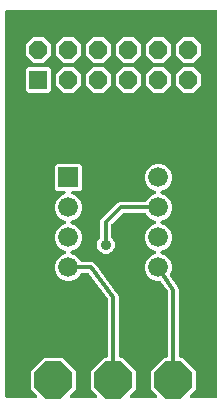
<source format=gbr>
G04 EAGLE Gerber X2 export*
%TF.Part,Single*%
%TF.FileFunction,Copper,L2,Bot,Mixed*%
%TF.FilePolarity,Positive*%
%TF.GenerationSoftware,Autodesk,EAGLE,9.1.3*%
%TF.CreationDate,2018-08-31T23:25:58Z*%
G75*
%MOMM*%
%FSLAX34Y34*%
%LPD*%
%AMOC8*
5,1,8,0,0,1.08239X$1,22.5*%
G01*
%ADD10P,3.436588X8X22.500000*%
%ADD11P,1.649562X8X22.500000*%
%ADD12R,1.524000X1.524000*%
%ADD13R,1.676400X1.676400*%
%ADD14C,1.676400*%
%ADD15C,0.304800*%
%ADD16C,0.900000*%

G36*
X35699Y10172D02*
X35699Y10172D01*
X35800Y10174D01*
X35872Y10192D01*
X35946Y10201D01*
X36040Y10234D01*
X36138Y10259D01*
X36204Y10293D01*
X36274Y10318D01*
X36358Y10373D01*
X36448Y10419D01*
X36504Y10467D01*
X36567Y10507D01*
X36637Y10579D01*
X36713Y10644D01*
X36757Y10704D01*
X36809Y10758D01*
X36860Y10844D01*
X36920Y10925D01*
X36950Y10993D01*
X36988Y11057D01*
X37018Y11153D01*
X37058Y11245D01*
X37071Y11318D01*
X37094Y11389D01*
X37102Y11489D01*
X37120Y11588D01*
X37116Y11662D01*
X37122Y11736D01*
X37107Y11836D01*
X37102Y11936D01*
X37081Y12007D01*
X37070Y12081D01*
X37033Y12174D01*
X37005Y12271D01*
X36969Y12336D01*
X36942Y12405D01*
X36884Y12487D01*
X36835Y12575D01*
X36770Y12651D01*
X36743Y12691D01*
X36716Y12715D01*
X36677Y12761D01*
X31876Y17562D01*
X31876Y33238D01*
X42962Y44324D01*
X58638Y44324D01*
X69724Y33238D01*
X69724Y17562D01*
X64923Y12761D01*
X64861Y12683D01*
X64791Y12610D01*
X64753Y12546D01*
X64707Y12488D01*
X64664Y12397D01*
X64612Y12311D01*
X64590Y12240D01*
X64558Y12173D01*
X64537Y12075D01*
X64506Y11979D01*
X64500Y11905D01*
X64484Y11832D01*
X64486Y11732D01*
X64478Y11632D01*
X64489Y11558D01*
X64490Y11484D01*
X64515Y11387D01*
X64530Y11287D01*
X64557Y11218D01*
X64575Y11146D01*
X64621Y11056D01*
X64658Y10963D01*
X64701Y10902D01*
X64735Y10836D01*
X64800Y10759D01*
X64857Y10677D01*
X64913Y10627D01*
X64961Y10571D01*
X65042Y10511D01*
X65116Y10444D01*
X65181Y10408D01*
X65241Y10363D01*
X65333Y10324D01*
X65421Y10275D01*
X65493Y10255D01*
X65561Y10225D01*
X65660Y10208D01*
X65757Y10180D01*
X65857Y10172D01*
X65904Y10164D01*
X65940Y10166D01*
X66000Y10161D01*
X86400Y10161D01*
X86499Y10172D01*
X86600Y10174D01*
X86672Y10192D01*
X86746Y10201D01*
X86840Y10234D01*
X86938Y10259D01*
X87004Y10293D01*
X87074Y10318D01*
X87158Y10373D01*
X87248Y10419D01*
X87304Y10467D01*
X87367Y10507D01*
X87437Y10579D01*
X87513Y10644D01*
X87557Y10704D01*
X87609Y10758D01*
X87660Y10844D01*
X87720Y10925D01*
X87750Y10993D01*
X87788Y11057D01*
X87818Y11153D01*
X87858Y11245D01*
X87871Y11318D01*
X87894Y11389D01*
X87902Y11489D01*
X87920Y11588D01*
X87916Y11662D01*
X87922Y11736D01*
X87907Y11836D01*
X87902Y11936D01*
X87881Y12007D01*
X87870Y12081D01*
X87833Y12174D01*
X87805Y12271D01*
X87769Y12336D01*
X87742Y12405D01*
X87684Y12487D01*
X87635Y12575D01*
X87570Y12651D01*
X87543Y12691D01*
X87516Y12715D01*
X87477Y12761D01*
X82676Y17562D01*
X82676Y33238D01*
X93762Y44324D01*
X95504Y44324D01*
X95530Y44327D01*
X95556Y44325D01*
X95703Y44347D01*
X95850Y44364D01*
X95875Y44372D01*
X95901Y44376D01*
X96039Y44431D01*
X96178Y44481D01*
X96200Y44495D01*
X96225Y44505D01*
X96346Y44590D01*
X96471Y44670D01*
X96489Y44689D01*
X96511Y44704D01*
X96610Y44814D01*
X96713Y44921D01*
X96727Y44943D01*
X96744Y44963D01*
X96816Y45093D01*
X96892Y45220D01*
X96900Y45245D01*
X96913Y45268D01*
X96953Y45411D01*
X96998Y45552D01*
X97000Y45578D01*
X97008Y45603D01*
X97027Y45847D01*
X97027Y93218D01*
X97025Y93236D01*
X97027Y93255D01*
X97005Y93410D01*
X96987Y93564D01*
X96981Y93582D01*
X96979Y93600D01*
X96922Y93745D01*
X96870Y93892D01*
X96860Y93908D01*
X96853Y93925D01*
X96723Y94132D01*
X80721Y115468D01*
X80679Y115512D01*
X80645Y115561D01*
X80560Y115638D01*
X80481Y115721D01*
X80431Y115754D01*
X80386Y115794D01*
X80286Y115850D01*
X80190Y115913D01*
X80134Y115934D01*
X80081Y115963D01*
X79971Y115994D01*
X79863Y116034D01*
X79804Y116041D01*
X79746Y116058D01*
X79544Y116074D01*
X79517Y116077D01*
X79511Y116077D01*
X79502Y116077D01*
X74996Y116077D01*
X74920Y116069D01*
X74844Y116070D01*
X74748Y116049D01*
X74650Y116037D01*
X74578Y116012D01*
X74503Y115995D01*
X74415Y115953D01*
X74322Y115920D01*
X74258Y115878D01*
X74189Y115846D01*
X74112Y115784D01*
X74029Y115731D01*
X73976Y115676D01*
X73916Y115628D01*
X73855Y115551D01*
X73787Y115480D01*
X73748Y115415D01*
X73700Y115355D01*
X73632Y115222D01*
X73608Y115181D01*
X73602Y115163D01*
X73589Y115137D01*
X73190Y114175D01*
X69975Y110960D01*
X65774Y109219D01*
X61226Y109219D01*
X57025Y110960D01*
X53810Y114175D01*
X52069Y118376D01*
X52069Y122924D01*
X53810Y127125D01*
X57025Y130340D01*
X60893Y131943D01*
X60981Y131992D01*
X61073Y132032D01*
X61133Y132076D01*
X61198Y132112D01*
X61272Y132179D01*
X61353Y132239D01*
X61401Y132296D01*
X61456Y132346D01*
X61513Y132429D01*
X61578Y132505D01*
X61612Y132572D01*
X61654Y132633D01*
X61691Y132726D01*
X61737Y132816D01*
X61755Y132888D01*
X61782Y132957D01*
X61796Y133056D01*
X61821Y133154D01*
X61822Y133228D01*
X61833Y133302D01*
X61824Y133402D01*
X61826Y133502D01*
X61810Y133575D01*
X61804Y133649D01*
X61773Y133745D01*
X61751Y133843D01*
X61720Y133910D01*
X61697Y133981D01*
X61645Y134067D01*
X61602Y134158D01*
X61555Y134216D01*
X61517Y134279D01*
X61447Y134351D01*
X61384Y134430D01*
X61326Y134476D01*
X61274Y134529D01*
X61190Y134584D01*
X61111Y134646D01*
X61021Y134692D01*
X60981Y134718D01*
X60947Y134730D01*
X60893Y134757D01*
X57025Y136360D01*
X53810Y139575D01*
X52069Y143776D01*
X52069Y148324D01*
X53810Y152525D01*
X57025Y155740D01*
X60893Y157343D01*
X60981Y157392D01*
X61073Y157432D01*
X61133Y157476D01*
X61198Y157512D01*
X61272Y157579D01*
X61353Y157639D01*
X61401Y157696D01*
X61456Y157746D01*
X61513Y157829D01*
X61578Y157905D01*
X61612Y157972D01*
X61654Y158033D01*
X61691Y158126D01*
X61737Y158216D01*
X61755Y158288D01*
X61782Y158357D01*
X61796Y158456D01*
X61821Y158554D01*
X61822Y158628D01*
X61833Y158702D01*
X61824Y158802D01*
X61826Y158902D01*
X61810Y158975D01*
X61804Y159049D01*
X61773Y159145D01*
X61751Y159243D01*
X61720Y159310D01*
X61697Y159381D01*
X61645Y159467D01*
X61602Y159558D01*
X61555Y159616D01*
X61517Y159679D01*
X61447Y159751D01*
X61384Y159830D01*
X61326Y159876D01*
X61274Y159929D01*
X61190Y159984D01*
X61111Y160046D01*
X61021Y160092D01*
X60981Y160118D01*
X60947Y160130D01*
X60893Y160157D01*
X57025Y161760D01*
X53810Y164975D01*
X52069Y169176D01*
X52069Y173724D01*
X53810Y177925D01*
X57025Y181140D01*
X60280Y182489D01*
X60324Y182513D01*
X60371Y182530D01*
X60476Y182598D01*
X60585Y182658D01*
X60622Y182692D01*
X60664Y182719D01*
X60751Y182809D01*
X60843Y182892D01*
X60871Y182934D01*
X60906Y182970D01*
X60970Y183077D01*
X61041Y183179D01*
X61059Y183226D01*
X61085Y183269D01*
X61123Y183387D01*
X61169Y183503D01*
X61176Y183553D01*
X61191Y183601D01*
X61201Y183725D01*
X61219Y183848D01*
X61215Y183898D01*
X61219Y183948D01*
X61201Y184071D01*
X61191Y184195D01*
X61175Y184243D01*
X61168Y184293D01*
X61122Y184408D01*
X61083Y184527D01*
X61057Y184570D01*
X61039Y184617D01*
X60968Y184719D01*
X60904Y184825D01*
X60869Y184862D01*
X60840Y184903D01*
X60748Y184986D01*
X60661Y185075D01*
X60619Y185103D01*
X60581Y185136D01*
X60472Y185196D01*
X60368Y185264D01*
X60320Y185281D01*
X60276Y185305D01*
X60156Y185339D01*
X60039Y185380D01*
X59989Y185386D01*
X59941Y185400D01*
X59697Y185419D01*
X53855Y185419D01*
X52069Y187205D01*
X52069Y206495D01*
X53855Y208281D01*
X73145Y208281D01*
X74931Y206495D01*
X74931Y187205D01*
X73145Y185419D01*
X67303Y185419D01*
X67253Y185414D01*
X67203Y185416D01*
X67080Y185394D01*
X66957Y185379D01*
X66909Y185362D01*
X66860Y185353D01*
X66746Y185304D01*
X66629Y185262D01*
X66586Y185235D01*
X66540Y185215D01*
X66440Y185140D01*
X66336Y185073D01*
X66301Y185037D01*
X66260Y185007D01*
X66180Y184912D01*
X66094Y184822D01*
X66068Y184779D01*
X66035Y184741D01*
X65979Y184630D01*
X65915Y184523D01*
X65900Y184475D01*
X65877Y184430D01*
X65847Y184310D01*
X65809Y184191D01*
X65805Y184141D01*
X65792Y184092D01*
X65791Y183968D01*
X65781Y183844D01*
X65788Y183794D01*
X65787Y183744D01*
X65814Y183622D01*
X65832Y183499D01*
X65851Y183452D01*
X65862Y183403D01*
X65915Y183291D01*
X65961Y183175D01*
X65990Y183134D01*
X66011Y183088D01*
X66089Y182991D01*
X66160Y182889D01*
X66197Y182855D01*
X66229Y182816D01*
X66326Y182739D01*
X66419Y182656D01*
X66463Y182631D01*
X66502Y182600D01*
X66720Y182489D01*
X69975Y181140D01*
X73190Y177925D01*
X74931Y173724D01*
X74931Y169176D01*
X73190Y164975D01*
X69975Y161760D01*
X66107Y160157D01*
X66019Y160109D01*
X65927Y160069D01*
X65867Y160024D01*
X65802Y159988D01*
X65728Y159920D01*
X65647Y159861D01*
X65599Y159804D01*
X65544Y159754D01*
X65487Y159671D01*
X65422Y159595D01*
X65388Y159528D01*
X65346Y159467D01*
X65309Y159374D01*
X65263Y159284D01*
X65245Y159212D01*
X65218Y159143D01*
X65204Y159044D01*
X65179Y158946D01*
X65178Y158872D01*
X65167Y158798D01*
X65176Y158698D01*
X65174Y158598D01*
X65190Y158525D01*
X65196Y158451D01*
X65227Y158355D01*
X65249Y158257D01*
X65280Y158190D01*
X65303Y158119D01*
X65355Y158033D01*
X65398Y157942D01*
X65445Y157884D01*
X65483Y157821D01*
X65553Y157748D01*
X65616Y157670D01*
X65674Y157624D01*
X65726Y157571D01*
X65810Y157516D01*
X65889Y157454D01*
X65979Y157408D01*
X66019Y157382D01*
X66053Y157370D01*
X66107Y157343D01*
X69975Y155740D01*
X73190Y152525D01*
X74931Y148324D01*
X74931Y143776D01*
X73190Y139575D01*
X69975Y136360D01*
X66107Y134757D01*
X66019Y134709D01*
X65927Y134669D01*
X65867Y134624D01*
X65802Y134588D01*
X65728Y134520D01*
X65647Y134461D01*
X65599Y134404D01*
X65544Y134354D01*
X65487Y134271D01*
X65422Y134195D01*
X65388Y134128D01*
X65346Y134067D01*
X65309Y133974D01*
X65263Y133884D01*
X65245Y133812D01*
X65218Y133743D01*
X65204Y133644D01*
X65179Y133546D01*
X65178Y133472D01*
X65167Y133398D01*
X65176Y133298D01*
X65174Y133198D01*
X65190Y133125D01*
X65196Y133051D01*
X65227Y132955D01*
X65249Y132857D01*
X65280Y132790D01*
X65303Y132719D01*
X65355Y132633D01*
X65398Y132542D01*
X65445Y132484D01*
X65483Y132421D01*
X65553Y132348D01*
X65616Y132270D01*
X65674Y132224D01*
X65726Y132171D01*
X65810Y132116D01*
X65889Y132054D01*
X65979Y132008D01*
X66019Y131982D01*
X66053Y131970D01*
X66107Y131943D01*
X69975Y130340D01*
X73190Y127125D01*
X73589Y126163D01*
X73626Y126096D01*
X73654Y126025D01*
X73710Y125945D01*
X73758Y125858D01*
X73810Y125802D01*
X73853Y125739D01*
X73926Y125673D01*
X73992Y125600D01*
X74055Y125557D01*
X74112Y125506D01*
X74198Y125458D01*
X74279Y125402D01*
X74350Y125374D01*
X74417Y125337D01*
X74512Y125310D01*
X74603Y125274D01*
X74679Y125263D01*
X74752Y125242D01*
X74901Y125230D01*
X74948Y125223D01*
X74967Y125225D01*
X74996Y125223D01*
X81782Y125223D01*
X81850Y125231D01*
X81919Y125229D01*
X82087Y125258D01*
X82128Y125263D01*
X82140Y125267D01*
X82160Y125270D01*
X82296Y125305D01*
X82768Y125238D01*
X82806Y125237D01*
X82983Y125223D01*
X83460Y125223D01*
X83590Y125169D01*
X83656Y125150D01*
X83719Y125122D01*
X83886Y125084D01*
X83925Y125073D01*
X83938Y125072D01*
X83957Y125068D01*
X84097Y125048D01*
X84507Y124805D01*
X84542Y124790D01*
X84700Y124709D01*
X85140Y124527D01*
X85240Y124427D01*
X85294Y124384D01*
X85341Y124334D01*
X85481Y124236D01*
X85513Y124210D01*
X85525Y124205D01*
X85541Y124193D01*
X85663Y124121D01*
X85948Y123740D01*
X85974Y123713D01*
X86090Y123577D01*
X86427Y123240D01*
X86481Y123110D01*
X86514Y123050D01*
X86539Y122986D01*
X86630Y122841D01*
X86650Y122805D01*
X86659Y122795D01*
X86669Y122779D01*
X104998Y98340D01*
X105024Y98313D01*
X105140Y98177D01*
X105477Y97840D01*
X105531Y97710D01*
X105564Y97650D01*
X105589Y97586D01*
X105680Y97441D01*
X105700Y97405D01*
X105709Y97396D01*
X105719Y97379D01*
X105804Y97266D01*
X105922Y96805D01*
X105936Y96769D01*
X105990Y96600D01*
X106173Y96160D01*
X106173Y96018D01*
X106181Y95950D01*
X106179Y95881D01*
X106208Y95713D01*
X106213Y95672D01*
X106217Y95660D01*
X106220Y95640D01*
X106255Y95504D01*
X106188Y95032D01*
X106187Y94994D01*
X106173Y94817D01*
X106173Y45847D01*
X106176Y45821D01*
X106174Y45795D01*
X106196Y45648D01*
X106213Y45501D01*
X106221Y45476D01*
X106225Y45450D01*
X106280Y45312D01*
X106330Y45173D01*
X106344Y45151D01*
X106354Y45126D01*
X106439Y45005D01*
X106519Y44880D01*
X106538Y44862D01*
X106553Y44840D01*
X106663Y44741D01*
X106770Y44638D01*
X106792Y44624D01*
X106812Y44607D01*
X106942Y44535D01*
X107069Y44459D01*
X107094Y44451D01*
X107117Y44438D01*
X107260Y44398D01*
X107401Y44353D01*
X107427Y44351D01*
X107452Y44343D01*
X107696Y44324D01*
X109438Y44324D01*
X120524Y33238D01*
X120524Y17562D01*
X115723Y12761D01*
X115661Y12683D01*
X115591Y12610D01*
X115553Y12546D01*
X115507Y12488D01*
X115464Y12397D01*
X115412Y12311D01*
X115390Y12240D01*
X115358Y12173D01*
X115337Y12075D01*
X115306Y11979D01*
X115300Y11905D01*
X115284Y11832D01*
X115286Y11732D01*
X115278Y11632D01*
X115289Y11558D01*
X115290Y11484D01*
X115315Y11387D01*
X115330Y11287D01*
X115357Y11218D01*
X115375Y11146D01*
X115421Y11056D01*
X115458Y10963D01*
X115501Y10902D01*
X115535Y10836D01*
X115600Y10759D01*
X115657Y10677D01*
X115713Y10627D01*
X115761Y10571D01*
X115842Y10511D01*
X115916Y10444D01*
X115981Y10408D01*
X116041Y10363D01*
X116133Y10324D01*
X116221Y10275D01*
X116293Y10255D01*
X116361Y10225D01*
X116460Y10208D01*
X116557Y10180D01*
X116657Y10172D01*
X116704Y10164D01*
X116740Y10166D01*
X116800Y10161D01*
X137200Y10161D01*
X137299Y10172D01*
X137400Y10174D01*
X137472Y10192D01*
X137546Y10201D01*
X137640Y10234D01*
X137738Y10259D01*
X137804Y10293D01*
X137874Y10318D01*
X137958Y10373D01*
X138048Y10419D01*
X138104Y10467D01*
X138167Y10507D01*
X138237Y10579D01*
X138313Y10644D01*
X138357Y10704D01*
X138409Y10758D01*
X138460Y10844D01*
X138520Y10925D01*
X138550Y10993D01*
X138588Y11057D01*
X138618Y11153D01*
X138658Y11245D01*
X138671Y11318D01*
X138694Y11389D01*
X138702Y11489D01*
X138720Y11588D01*
X138716Y11662D01*
X138722Y11736D01*
X138707Y11836D01*
X138702Y11936D01*
X138681Y12007D01*
X138670Y12081D01*
X138633Y12174D01*
X138605Y12271D01*
X138569Y12336D01*
X138542Y12405D01*
X138484Y12487D01*
X138435Y12575D01*
X138370Y12651D01*
X138343Y12691D01*
X138316Y12715D01*
X138277Y12761D01*
X133476Y17562D01*
X133476Y33238D01*
X144562Y44324D01*
X146304Y44324D01*
X146330Y44327D01*
X146356Y44325D01*
X146503Y44347D01*
X146650Y44364D01*
X146675Y44372D01*
X146701Y44376D01*
X146839Y44431D01*
X146978Y44481D01*
X147000Y44495D01*
X147025Y44505D01*
X147146Y44590D01*
X147271Y44670D01*
X147289Y44689D01*
X147311Y44704D01*
X147410Y44814D01*
X147513Y44921D01*
X147527Y44943D01*
X147544Y44963D01*
X147616Y45093D01*
X147692Y45220D01*
X147700Y45245D01*
X147713Y45268D01*
X147753Y45411D01*
X147798Y45552D01*
X147800Y45578D01*
X147808Y45603D01*
X147827Y45847D01*
X147827Y99754D01*
X147810Y99904D01*
X147798Y100054D01*
X147790Y100077D01*
X147787Y100101D01*
X147737Y100242D01*
X147690Y100386D01*
X147676Y100411D01*
X147670Y100429D01*
X147644Y100468D01*
X147571Y100599D01*
X142277Y108541D01*
X142211Y108619D01*
X142153Y108703D01*
X142099Y108752D01*
X142052Y108807D01*
X141970Y108868D01*
X141894Y108936D01*
X141830Y108971D01*
X141772Y109015D01*
X141678Y109055D01*
X141589Y109105D01*
X141519Y109125D01*
X141452Y109154D01*
X141352Y109172D01*
X141253Y109200D01*
X141156Y109207D01*
X141109Y109216D01*
X141073Y109214D01*
X141010Y109219D01*
X137426Y109219D01*
X133225Y110960D01*
X130010Y114175D01*
X128269Y118376D01*
X128269Y122924D01*
X130010Y127125D01*
X133225Y130340D01*
X137093Y131943D01*
X137181Y131991D01*
X137273Y132031D01*
X137333Y132076D01*
X137398Y132112D01*
X137472Y132180D01*
X137553Y132239D01*
X137601Y132296D01*
X137656Y132346D01*
X137713Y132429D01*
X137778Y132505D01*
X137812Y132572D01*
X137854Y132633D01*
X137891Y132726D01*
X137937Y132816D01*
X137955Y132888D01*
X137982Y132957D01*
X137996Y133056D01*
X138021Y133154D01*
X138022Y133228D01*
X138033Y133302D01*
X138024Y133402D01*
X138026Y133502D01*
X138010Y133575D01*
X138004Y133649D01*
X137973Y133745D01*
X137951Y133843D01*
X137920Y133910D01*
X137897Y133981D01*
X137845Y134067D01*
X137802Y134158D01*
X137755Y134216D01*
X137717Y134279D01*
X137647Y134352D01*
X137584Y134430D01*
X137526Y134476D01*
X137474Y134529D01*
X137390Y134584D01*
X137311Y134646D01*
X137221Y134692D01*
X137181Y134718D01*
X137147Y134730D01*
X137093Y134757D01*
X133225Y136360D01*
X130010Y139575D01*
X128269Y143776D01*
X128269Y148324D01*
X130010Y152525D01*
X133225Y155740D01*
X137093Y157343D01*
X137181Y157391D01*
X137273Y157431D01*
X137333Y157476D01*
X137398Y157512D01*
X137472Y157580D01*
X137553Y157639D01*
X137601Y157696D01*
X137656Y157746D01*
X137713Y157829D01*
X137778Y157905D01*
X137812Y157972D01*
X137854Y158033D01*
X137891Y158126D01*
X137937Y158216D01*
X137955Y158288D01*
X137982Y158357D01*
X137996Y158456D01*
X138021Y158554D01*
X138022Y158628D01*
X138033Y158702D01*
X138024Y158802D01*
X138026Y158902D01*
X138010Y158975D01*
X138004Y159049D01*
X137973Y159145D01*
X137951Y159243D01*
X137920Y159310D01*
X137897Y159381D01*
X137845Y159467D01*
X137802Y159558D01*
X137755Y159616D01*
X137717Y159679D01*
X137647Y159752D01*
X137584Y159830D01*
X137526Y159876D01*
X137474Y159929D01*
X137390Y159984D01*
X137311Y160046D01*
X137221Y160092D01*
X137181Y160118D01*
X137147Y160130D01*
X137093Y160157D01*
X133225Y161760D01*
X130010Y164975D01*
X129611Y165937D01*
X129574Y166004D01*
X129546Y166075D01*
X129490Y166155D01*
X129442Y166242D01*
X129390Y166298D01*
X129347Y166361D01*
X129274Y166427D01*
X129208Y166500D01*
X129145Y166543D01*
X129088Y166594D01*
X129002Y166642D01*
X128921Y166698D01*
X128850Y166726D01*
X128783Y166763D01*
X128688Y166790D01*
X128597Y166826D01*
X128521Y166837D01*
X128448Y166858D01*
X128299Y166870D01*
X128252Y166877D01*
X128233Y166875D01*
X128204Y166877D01*
X110475Y166877D01*
X110349Y166863D01*
X110223Y166856D01*
X110177Y166843D01*
X110129Y166837D01*
X110010Y166795D01*
X109888Y166760D01*
X109846Y166736D01*
X109801Y166720D01*
X109694Y166651D01*
X109584Y166590D01*
X109538Y166550D01*
X109508Y166531D01*
X109474Y166496D01*
X109398Y166431D01*
X100269Y157302D01*
X100190Y157203D01*
X100106Y157109D01*
X100082Y157067D01*
X100052Y157029D01*
X99998Y156915D01*
X99937Y156804D01*
X99924Y156758D01*
X99903Y156714D01*
X99877Y156591D01*
X99842Y156469D01*
X99837Y156408D01*
X99830Y156373D01*
X99831Y156325D01*
X99823Y156225D01*
X99823Y146434D01*
X99837Y146308D01*
X99844Y146182D01*
X99857Y146136D01*
X99863Y146088D01*
X99905Y145969D01*
X99940Y145847D01*
X99964Y145805D01*
X99980Y145759D01*
X100049Y145653D01*
X100110Y145543D01*
X100150Y145497D01*
X100169Y145467D01*
X100204Y145433D01*
X100269Y145357D01*
X101649Y143976D01*
X102799Y141202D01*
X102799Y138198D01*
X101649Y135424D01*
X99526Y133301D01*
X96752Y132151D01*
X93748Y132151D01*
X90974Y133301D01*
X88851Y135424D01*
X87701Y138198D01*
X87701Y141202D01*
X88851Y143976D01*
X90231Y145357D01*
X90310Y145456D01*
X90394Y145550D01*
X90418Y145592D01*
X90448Y145630D01*
X90502Y145744D01*
X90563Y145855D01*
X90576Y145901D01*
X90597Y145945D01*
X90623Y146068D01*
X90658Y146190D01*
X90663Y146251D01*
X90670Y146285D01*
X90669Y146333D01*
X90677Y146434D01*
X90677Y159660D01*
X91373Y161340D01*
X105360Y175327D01*
X107040Y176023D01*
X128204Y176023D01*
X128280Y176031D01*
X128356Y176030D01*
X128452Y176051D01*
X128550Y176063D01*
X128622Y176088D01*
X128697Y176105D01*
X128785Y176147D01*
X128878Y176180D01*
X128942Y176222D01*
X129011Y176254D01*
X129088Y176316D01*
X129171Y176369D01*
X129224Y176424D01*
X129284Y176472D01*
X129345Y176549D01*
X129413Y176620D01*
X129452Y176685D01*
X129500Y176745D01*
X129568Y176879D01*
X129592Y176919D01*
X129598Y176937D01*
X129611Y176963D01*
X130010Y177925D01*
X133225Y181140D01*
X137093Y182743D01*
X137181Y182791D01*
X137273Y182831D01*
X137333Y182876D01*
X137398Y182912D01*
X137472Y182980D01*
X137553Y183039D01*
X137601Y183096D01*
X137656Y183146D01*
X137713Y183229D01*
X137778Y183305D01*
X137812Y183372D01*
X137854Y183433D01*
X137891Y183526D01*
X137937Y183616D01*
X137955Y183688D01*
X137982Y183757D01*
X137996Y183856D01*
X138021Y183954D01*
X138022Y184028D01*
X138033Y184102D01*
X138024Y184202D01*
X138026Y184302D01*
X138010Y184375D01*
X138004Y184449D01*
X137973Y184545D01*
X137951Y184643D01*
X137920Y184710D01*
X137897Y184781D01*
X137845Y184867D01*
X137802Y184958D01*
X137755Y185016D01*
X137717Y185079D01*
X137647Y185152D01*
X137584Y185230D01*
X137526Y185276D01*
X137474Y185329D01*
X137390Y185384D01*
X137311Y185446D01*
X137221Y185492D01*
X137181Y185518D01*
X137147Y185530D01*
X137093Y185557D01*
X133225Y187160D01*
X130010Y190375D01*
X128269Y194576D01*
X128269Y199124D01*
X130010Y203325D01*
X133225Y206540D01*
X137426Y208281D01*
X141974Y208281D01*
X146175Y206540D01*
X149390Y203325D01*
X151131Y199124D01*
X151131Y194576D01*
X149390Y190375D01*
X146175Y187160D01*
X142307Y185557D01*
X142219Y185508D01*
X142127Y185468D01*
X142067Y185424D01*
X142002Y185388D01*
X141928Y185321D01*
X141847Y185261D01*
X141799Y185204D01*
X141744Y185154D01*
X141687Y185071D01*
X141622Y184995D01*
X141588Y184928D01*
X141546Y184867D01*
X141509Y184774D01*
X141463Y184684D01*
X141445Y184612D01*
X141418Y184543D01*
X141404Y184444D01*
X141379Y184346D01*
X141378Y184272D01*
X141367Y184198D01*
X141376Y184098D01*
X141374Y183998D01*
X141390Y183925D01*
X141396Y183851D01*
X141427Y183755D01*
X141449Y183657D01*
X141480Y183590D01*
X141503Y183519D01*
X141555Y183433D01*
X141598Y183342D01*
X141645Y183284D01*
X141683Y183221D01*
X141753Y183149D01*
X141816Y183070D01*
X141874Y183024D01*
X141926Y182971D01*
X142010Y182916D01*
X142089Y182854D01*
X142179Y182808D01*
X142219Y182782D01*
X142253Y182770D01*
X142307Y182743D01*
X146175Y181140D01*
X149390Y177925D01*
X151131Y173724D01*
X151131Y169176D01*
X149390Y164975D01*
X146175Y161760D01*
X142307Y160157D01*
X142219Y160108D01*
X142127Y160068D01*
X142067Y160024D01*
X142002Y159988D01*
X141928Y159921D01*
X141847Y159861D01*
X141799Y159804D01*
X141744Y159754D01*
X141687Y159671D01*
X141622Y159595D01*
X141588Y159528D01*
X141546Y159467D01*
X141509Y159374D01*
X141463Y159284D01*
X141445Y159212D01*
X141418Y159143D01*
X141404Y159044D01*
X141379Y158946D01*
X141378Y158872D01*
X141367Y158798D01*
X141376Y158698D01*
X141374Y158598D01*
X141390Y158525D01*
X141396Y158451D01*
X141427Y158355D01*
X141449Y158257D01*
X141480Y158190D01*
X141503Y158119D01*
X141555Y158033D01*
X141598Y157942D01*
X141645Y157884D01*
X141683Y157821D01*
X141753Y157749D01*
X141816Y157670D01*
X141874Y157624D01*
X141926Y157571D01*
X142010Y157516D01*
X142089Y157454D01*
X142179Y157408D01*
X142219Y157382D01*
X142253Y157370D01*
X142307Y157343D01*
X146175Y155740D01*
X149390Y152525D01*
X151131Y148324D01*
X151131Y143776D01*
X149390Y139575D01*
X146175Y136360D01*
X142307Y134757D01*
X142219Y134708D01*
X142127Y134668D01*
X142067Y134624D01*
X142002Y134588D01*
X141928Y134521D01*
X141847Y134461D01*
X141799Y134404D01*
X141744Y134354D01*
X141687Y134271D01*
X141622Y134195D01*
X141588Y134128D01*
X141546Y134067D01*
X141509Y133974D01*
X141463Y133884D01*
X141445Y133812D01*
X141418Y133743D01*
X141404Y133644D01*
X141379Y133546D01*
X141378Y133472D01*
X141367Y133398D01*
X141376Y133298D01*
X141374Y133198D01*
X141390Y133125D01*
X141396Y133051D01*
X141427Y132955D01*
X141449Y132857D01*
X141480Y132790D01*
X141503Y132719D01*
X141555Y132633D01*
X141598Y132542D01*
X141645Y132484D01*
X141683Y132421D01*
X141753Y132349D01*
X141816Y132270D01*
X141874Y132224D01*
X141926Y132171D01*
X142010Y132116D01*
X142089Y132054D01*
X142179Y132008D01*
X142219Y131982D01*
X142253Y131970D01*
X142307Y131943D01*
X146175Y130340D01*
X149390Y127125D01*
X151131Y122924D01*
X151131Y118376D01*
X149748Y115039D01*
X149721Y114942D01*
X149684Y114849D01*
X149673Y114775D01*
X149653Y114704D01*
X149648Y114603D01*
X149633Y114504D01*
X149639Y114430D01*
X149636Y114356D01*
X149654Y114257D01*
X149662Y114157D01*
X149685Y114086D01*
X149698Y114013D01*
X149738Y113921D01*
X149769Y113825D01*
X149818Y113738D01*
X149837Y113693D01*
X149859Y113665D01*
X149888Y113611D01*
X155870Y104639D01*
X155888Y104617D01*
X155902Y104593D01*
X156060Y104407D01*
X156277Y104190D01*
X156396Y103902D01*
X156409Y103879D01*
X156417Y103853D01*
X156536Y103640D01*
X156709Y103380D01*
X156769Y103080D01*
X156777Y103053D01*
X156780Y103025D01*
X156856Y102792D01*
X156973Y102510D01*
X156973Y102197D01*
X156976Y102171D01*
X156974Y102145D01*
X157002Y101902D01*
X157062Y101595D01*
X157002Y101295D01*
X157000Y101267D01*
X156992Y101240D01*
X156973Y100996D01*
X156973Y45847D01*
X156976Y45821D01*
X156974Y45795D01*
X156996Y45648D01*
X157013Y45501D01*
X157021Y45476D01*
X157025Y45450D01*
X157080Y45312D01*
X157130Y45173D01*
X157144Y45151D01*
X157154Y45126D01*
X157239Y45005D01*
X157319Y44880D01*
X157338Y44862D01*
X157353Y44840D01*
X157463Y44741D01*
X157570Y44638D01*
X157592Y44624D01*
X157612Y44607D01*
X157742Y44535D01*
X157869Y44459D01*
X157894Y44451D01*
X157917Y44438D01*
X158060Y44398D01*
X158201Y44353D01*
X158227Y44351D01*
X158252Y44343D01*
X158496Y44324D01*
X160238Y44324D01*
X171324Y33238D01*
X171324Y17562D01*
X166523Y12761D01*
X166461Y12683D01*
X166391Y12610D01*
X166353Y12546D01*
X166307Y12488D01*
X166264Y12397D01*
X166212Y12311D01*
X166190Y12240D01*
X166158Y12173D01*
X166137Y12075D01*
X166106Y11979D01*
X166100Y11905D01*
X166084Y11832D01*
X166086Y11732D01*
X166078Y11632D01*
X166089Y11558D01*
X166090Y11484D01*
X166115Y11387D01*
X166130Y11287D01*
X166157Y11218D01*
X166175Y11146D01*
X166221Y11056D01*
X166258Y10963D01*
X166301Y10902D01*
X166335Y10836D01*
X166400Y10759D01*
X166457Y10677D01*
X166513Y10627D01*
X166561Y10571D01*
X166642Y10511D01*
X166716Y10444D01*
X166781Y10408D01*
X166841Y10363D01*
X166933Y10324D01*
X167021Y10275D01*
X167093Y10255D01*
X167161Y10225D01*
X167260Y10208D01*
X167357Y10180D01*
X167457Y10172D01*
X167504Y10164D01*
X167540Y10166D01*
X167600Y10161D01*
X188216Y10161D01*
X188242Y10164D01*
X188268Y10162D01*
X188415Y10184D01*
X188562Y10201D01*
X188587Y10209D01*
X188613Y10213D01*
X188751Y10268D01*
X188890Y10318D01*
X188912Y10332D01*
X188937Y10342D01*
X189058Y10427D01*
X189183Y10507D01*
X189201Y10526D01*
X189223Y10541D01*
X189322Y10651D01*
X189425Y10758D01*
X189439Y10780D01*
X189456Y10800D01*
X189528Y10930D01*
X189604Y11057D01*
X189612Y11082D01*
X189625Y11105D01*
X189665Y11248D01*
X189710Y11389D01*
X189712Y11415D01*
X189720Y11440D01*
X189739Y11684D01*
X189739Y337466D01*
X189736Y337492D01*
X189738Y337518D01*
X189716Y337665D01*
X189699Y337812D01*
X189691Y337837D01*
X189687Y337863D01*
X189632Y338001D01*
X189582Y338140D01*
X189568Y338162D01*
X189558Y338187D01*
X189473Y338308D01*
X189393Y338433D01*
X189374Y338451D01*
X189359Y338473D01*
X189249Y338572D01*
X189142Y338675D01*
X189120Y338689D01*
X189100Y338706D01*
X188970Y338778D01*
X188843Y338854D01*
X188818Y338862D01*
X188795Y338875D01*
X188652Y338915D01*
X188511Y338960D01*
X188485Y338962D01*
X188460Y338970D01*
X188216Y338989D01*
X11684Y338989D01*
X11658Y338986D01*
X11632Y338988D01*
X11485Y338966D01*
X11338Y338949D01*
X11313Y338941D01*
X11287Y338937D01*
X11149Y338882D01*
X11010Y338832D01*
X10988Y338818D01*
X10963Y338808D01*
X10842Y338723D01*
X10717Y338643D01*
X10699Y338624D01*
X10677Y338609D01*
X10578Y338499D01*
X10475Y338392D01*
X10461Y338370D01*
X10444Y338350D01*
X10372Y338220D01*
X10296Y338093D01*
X10288Y338068D01*
X10275Y338045D01*
X10235Y337902D01*
X10190Y337761D01*
X10188Y337735D01*
X10180Y337710D01*
X10161Y337466D01*
X10161Y11684D01*
X10164Y11658D01*
X10162Y11632D01*
X10184Y11485D01*
X10201Y11338D01*
X10209Y11313D01*
X10213Y11287D01*
X10268Y11149D01*
X10318Y11010D01*
X10332Y10988D01*
X10342Y10963D01*
X10427Y10842D01*
X10507Y10717D01*
X10526Y10699D01*
X10541Y10677D01*
X10651Y10578D01*
X10758Y10475D01*
X10780Y10461D01*
X10800Y10444D01*
X10930Y10372D01*
X11057Y10296D01*
X11082Y10288D01*
X11105Y10275D01*
X11248Y10235D01*
X11389Y10190D01*
X11415Y10188D01*
X11440Y10180D01*
X11684Y10161D01*
X35600Y10161D01*
X35699Y10172D01*
G37*
%LPC*%
G36*
X29217Y268731D02*
X29217Y268731D01*
X27431Y270517D01*
X27431Y288283D01*
X29217Y290069D01*
X46983Y290069D01*
X48769Y288283D01*
X48769Y270517D01*
X46983Y268731D01*
X29217Y268731D01*
G37*
%LPD*%
%LPC*%
G36*
X59081Y294131D02*
X59081Y294131D01*
X52831Y300381D01*
X52831Y309219D01*
X59081Y315469D01*
X67919Y315469D01*
X74169Y309219D01*
X74169Y300381D01*
X67919Y294131D01*
X59081Y294131D01*
G37*
%LPD*%
%LPC*%
G36*
X84481Y294131D02*
X84481Y294131D01*
X78231Y300381D01*
X78231Y309219D01*
X84481Y315469D01*
X93319Y315469D01*
X99569Y309219D01*
X99569Y300381D01*
X93319Y294131D01*
X84481Y294131D01*
G37*
%LPD*%
%LPC*%
G36*
X109881Y294131D02*
X109881Y294131D01*
X103631Y300381D01*
X103631Y309219D01*
X109881Y315469D01*
X118719Y315469D01*
X124969Y309219D01*
X124969Y300381D01*
X118719Y294131D01*
X109881Y294131D01*
G37*
%LPD*%
%LPC*%
G36*
X135281Y294131D02*
X135281Y294131D01*
X129031Y300381D01*
X129031Y309219D01*
X135281Y315469D01*
X144119Y315469D01*
X150369Y309219D01*
X150369Y300381D01*
X144119Y294131D01*
X135281Y294131D01*
G37*
%LPD*%
%LPC*%
G36*
X160681Y294131D02*
X160681Y294131D01*
X154431Y300381D01*
X154431Y309219D01*
X160681Y315469D01*
X169519Y315469D01*
X175769Y309219D01*
X175769Y300381D01*
X169519Y294131D01*
X160681Y294131D01*
G37*
%LPD*%
%LPC*%
G36*
X33681Y294131D02*
X33681Y294131D01*
X27431Y300381D01*
X27431Y309219D01*
X33681Y315469D01*
X42519Y315469D01*
X48769Y309219D01*
X48769Y300381D01*
X42519Y294131D01*
X33681Y294131D01*
G37*
%LPD*%
%LPC*%
G36*
X59081Y268731D02*
X59081Y268731D01*
X52831Y274981D01*
X52831Y283819D01*
X59081Y290069D01*
X67919Y290069D01*
X74169Y283819D01*
X74169Y274981D01*
X67919Y268731D01*
X59081Y268731D01*
G37*
%LPD*%
%LPC*%
G36*
X84481Y268731D02*
X84481Y268731D01*
X78231Y274981D01*
X78231Y283819D01*
X84481Y290069D01*
X93319Y290069D01*
X99569Y283819D01*
X99569Y274981D01*
X93319Y268731D01*
X84481Y268731D01*
G37*
%LPD*%
%LPC*%
G36*
X109881Y268731D02*
X109881Y268731D01*
X103631Y274981D01*
X103631Y283819D01*
X109881Y290069D01*
X118719Y290069D01*
X124969Y283819D01*
X124969Y274981D01*
X118719Y268731D01*
X109881Y268731D01*
G37*
%LPD*%
%LPC*%
G36*
X135281Y268731D02*
X135281Y268731D01*
X129031Y274981D01*
X129031Y283819D01*
X135281Y290069D01*
X144119Y290069D01*
X150369Y283819D01*
X150369Y274981D01*
X144119Y268731D01*
X135281Y268731D01*
G37*
%LPD*%
%LPC*%
G36*
X160681Y268731D02*
X160681Y268731D01*
X154431Y274981D01*
X154431Y283819D01*
X160681Y290069D01*
X169519Y290069D01*
X175769Y283819D01*
X175769Y274981D01*
X169519Y268731D01*
X160681Y268731D01*
G37*
%LPD*%
D10*
X101600Y25400D03*
D11*
X38100Y304800D03*
X63500Y304800D03*
X88900Y304800D03*
X114300Y304800D03*
X139700Y304800D03*
X165100Y304800D03*
D12*
X38100Y279400D03*
D11*
X63500Y279400D03*
X88900Y279400D03*
X114300Y279400D03*
X139700Y279400D03*
X165100Y279400D03*
D10*
X152400Y25400D03*
D13*
X63500Y196850D03*
D14*
X63500Y171450D03*
X63500Y146050D03*
X63500Y120650D03*
X139700Y120650D03*
X139700Y146050D03*
X139700Y171450D03*
X139700Y196850D03*
D10*
X50800Y25400D03*
D15*
X63500Y120650D02*
X82550Y120650D01*
X101600Y95250D01*
X101600Y25400D01*
X152400Y101600D02*
X139700Y120650D01*
X152400Y101600D02*
X152400Y25400D01*
X139700Y171450D02*
X107950Y171450D01*
X95250Y158750D01*
X95250Y139700D01*
D16*
X95250Y139700D03*
M02*

</source>
